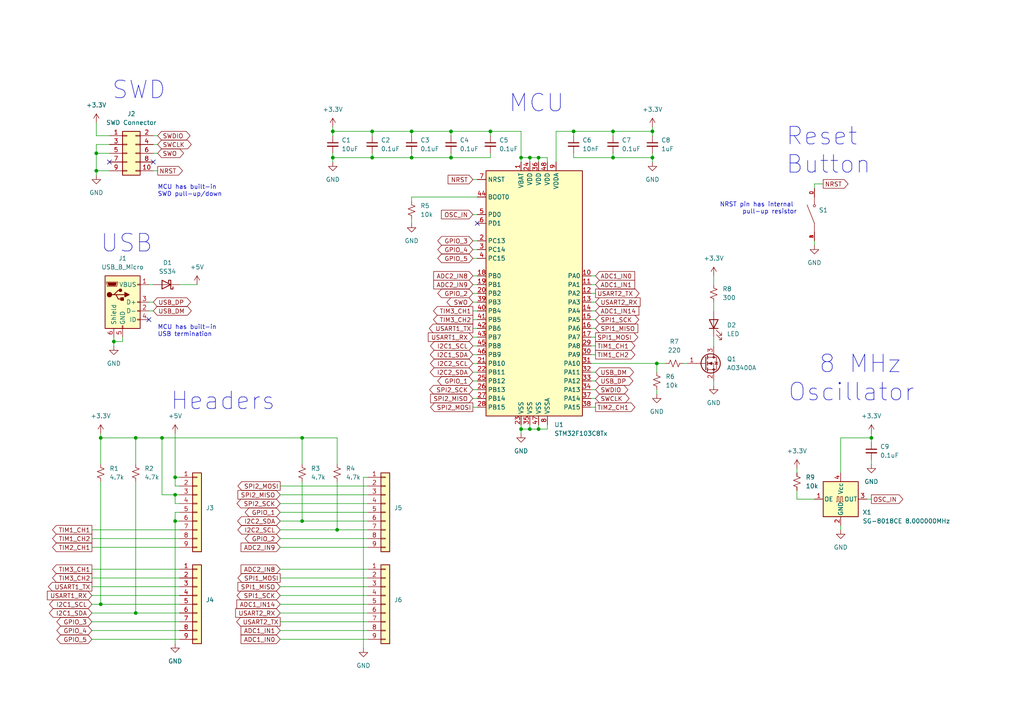
<source format=kicad_sch>
(kicad_sch (version 20211123) (generator eeschema)
  (paper "A4")
  (title_block (title "MCU") (date "2022-10-20") (company "Oregon State University") (comment 1 "Author: Austin Goergen"))
  (lib_symbols
    (symbol "Connector:USB_B_Micro" (pin_names (offset 1.016))
      (property "Reference" "J" (at -5.08 11.43 0))
      (property "Value" "USB_B_Micro" (at -5.08 8.89 0))
      (symbol "USB_B_Micro_0_1"
        (rectangle (start -5.08 -7.62) (end 5.08 7.62) (stroke (width 0.254)) (fill (type background)))
        (circle (center -3.81 2.159) (radius 0.635) (stroke (width 0.254)) (fill (type outline)))
        (circle (center -0.635 3.429) (radius 0.381) (stroke (width 0.254)) (fill (type outline)))
        (rectangle (start -0.127 -7.62) (end 0.127 -6.858))
        (polyline (pts (xy -1.905 2.159) (xy 0.635 2.159)) (stroke (width 0.254)))
        (polyline (pts (xy -3.175 2.159) (xy -2.54 2.159) (xy -1.27 3.429) (xy -0.635 3.429)) (stroke (width 0.254)))
        (polyline (pts (xy -2.54 2.159) (xy -1.905 2.159) (xy -1.27 0.889) (xy 0 0.889)) (stroke (width 0.254)))
        (polyline (pts (xy 0.635 2.794) (xy 0.635 1.524) (xy 1.905 2.159) (xy 0.635 2.794)) (stroke (width 0.254)) (fill (type outline)))
        (polyline (pts (xy -4.318 5.588) (xy -1.778 5.588) (xy -2.032 4.826) (xy -4.064 4.826) (xy -4.318 5.588)) (fill (type outline)))
        (polyline (pts (xy -4.699 5.842) (xy -4.699 5.588) (xy -4.445 4.826) (xy -4.445 4.572) (xy -1.651 4.572) (xy -1.651 4.826) (xy -1.397 5.588) (xy -1.397 5.842) (xy -4.699 5.842)))
        (rectangle (start 0.254 1.27) (end -0.508 0.508) (stroke (width 0.254)) (fill (type outline)))
        (rectangle (start 5.08 -5.207) (end 4.318 -4.953))
        (rectangle (start 5.08 -2.667) (end 4.318 -2.413))
        (rectangle (start 5.08 -0.127) (end 4.318 0.127))
        (rectangle (start 5.08 4.953) (end 4.318 5.207))
      )
      (symbol "USB_B_Micro_1_1"
        (pin power_out line (at 7.62 5.08 180) (length 2.54) (name "VBUS") (number "1"))
        (pin bidirectional line (at 7.62 -2.54 180) (length 2.54) (name "D-") (number "2"))
        (pin bidirectional line (at 7.62 0 180) (length 2.54) (name "D+") (number "3"))
        (pin passive line (at 7.62 -5.08 180) (length 2.54) (name "ID") (number "4"))
        (pin power_out line (at 0 -10.16 90) (length 2.54) (name "GND") (number "5"))
        (pin passive line (at -2.54 -10.16 90) (length 2.54) (name "Shield") (number "6"))
      )
    )
    (symbol "Connector_Generic:Conn_01x09" (pin_names (offset 1.016) hide)
      (property "Reference" "J" (at 0 12.7 0))
      (property "Value" "Conn_01x09" (at 0 -12.7 0))
      (symbol "Conn_01x09_1_1"
        (rectangle (start -1.27 -10.033) (end 0 -10.287) (stroke (width 0.1524)))
        (rectangle (start -1.27 -7.493) (end 0 -7.747) (stroke (width 0.1524)))
        (rectangle (start -1.27 -4.953) (end 0 -5.207) (stroke (width 0.1524)))
        (rectangle (start -1.27 -2.413) (end 0 -2.667) (stroke (width 0.1524)))
        (rectangle (start -1.27 0.127) (end 0 -0.127) (stroke (width 0.1524)))
        (rectangle (start -1.27 2.667) (end 0 2.413) (stroke (width 0.1524)))
        (rectangle (start -1.27 5.207) (end 0 4.953) (stroke (width 0.1524)))
        (rectangle (start -1.27 7.747) (end 0 7.493) (stroke (width 0.1524)))
        (rectangle (start -1.27 10.287) (end 0 10.033) (stroke (width 0.1524)))
        (rectangle (start -1.27 11.43) (end 1.27 -11.43) (stroke (width 0.254)) (fill (type background)))
        (pin passive line (at -5.08 10.16 0) (length 3.81) (name "Pin_1") (number "1"))
        (pin passive line (at -5.08 7.62 0) (length 3.81) (name "Pin_2") (number "2"))
        (pin passive line (at -5.08 5.08 0) (length 3.81) (name "Pin_3") (number "3"))
        (pin passive line (at -5.08 2.54 0) (length 3.81) (name "Pin_4") (number "4"))
        (pin passive line (at -5.08 0 0) (length 3.81) (name "Pin_5") (number "5"))
        (pin passive line (at -5.08 -2.54 0) (length 3.81) (name "Pin_6") (number "6"))
        (pin passive line (at -5.08 -5.08 0) (length 3.81) (name "Pin_7") (number "7"))
        (pin passive line (at -5.08 -7.62 0) (length 3.81) (name "Pin_8") (number "8"))
        (pin passive line (at -5.08 -10.16 0) (length 3.81) (name "Pin_9") (number "9"))
      )
    )
    (symbol "Connector_Generic:Conn_02x05_Odd_Even" (pin_names (offset 1.016) hide)
      (property "Reference" "J" (at 1.27 7.62 0))
      (property "Value" "Conn_02x05_Odd_Even" (at 1.27 -7.62 0))
      (symbol "Conn_02x05_Odd_Even_1_1"
        (rectangle (start -1.27 -4.953) (end 0 -5.207) (stroke (width 0.1524)))
        (rectangle (start -1.27 -2.413) (end 0 -2.667) (stroke (width 0.1524)))
        (rectangle (start -1.27 0.127) (end 0 -0.127) (stroke (width 0.1524)))
        (rectangle (start -1.27 2.667) (end 0 2.413) (stroke (width 0.1524)))
        (rectangle (start -1.27 5.207) (end 0 4.953) (stroke (width 0.1524)))
        (rectangle (start -1.27 6.35) (end 3.81 -6.35) (stroke (width 0.254)) (fill (type background)))
        (rectangle (start 3.81 -4.953) (end 2.54 -5.207) (stroke (width 0.1524)))
        (rectangle (start 3.81 -2.413) (end 2.54 -2.667) (stroke (width 0.1524)))
        (rectangle (start 3.81 0.127) (end 2.54 -0.127) (stroke (width 0.1524)))
        (rectangle (start 3.81 2.667) (end 2.54 2.413) (stroke (width 0.1524)))
        (rectangle (start 3.81 5.207) (end 2.54 4.953) (stroke (width 0.1524)))
        (pin passive line (at -5.08 5.08 0) (length 3.81) (name "Pin_1") (number "1"))
        (pin passive line (at 7.62 -5.08 180) (length 3.81) (name "Pin_10") (number "10"))
        (pin passive line (at 7.62 5.08 180) (length 3.81) (name "Pin_2") (number "2"))
        (pin passive line (at -5.08 2.54 0) (length 3.81) (name "Pin_3") (number "3"))
        (pin passive line (at 7.62 2.54 180) (length 3.81) (name "Pin_4") (number "4"))
        (pin passive line (at -5.08 0 0) (length 3.81) (name "Pin_5") (number "5"))
        (pin passive line (at 7.62 0 180) (length 3.81) (name "Pin_6") (number "6"))
        (pin passive line (at -5.08 -2.54 0) (length 3.81) (name "Pin_7") (number "7"))
        (pin passive line (at 7.62 -2.54 180) (length 3.81) (name "Pin_8") (number "8"))
        (pin passive line (at -5.08 -5.08 0) (length 3.81) (name "Pin_9") (number "9"))
      )
    )
    (symbol "Device:C_Small" (pin_numbers hide) (pin_names (offset 0.254) hide)
      (property "Reference" "C" (at 0.254 1.778 0))
      (property "Value" "C_Small" (at 0.254 -2.032 0))
      (symbol "C_Small_0_1"
        (polyline (pts (xy -1.524 -0.508) (xy 1.524 -0.508)) (stroke (width 0.3302)))
        (polyline (pts (xy -1.524 0.508) (xy 1.524 0.508)) (stroke (width 0.3048)))
      )
      (symbol "C_Small_1_1"
        (pin passive line (at 0 2.54 270) (length 2.032) (name "~") (number "1"))
        (pin passive line (at 0 -2.54 90) (length 2.032) (name "~") (number "2"))
      )
    )
    (symbol "Device:D_Schottky" (pin_numbers hide) (pin_names (offset 1.016) hide)
      (property "Reference" "D" (at 0 2.54 0))
      (property "Value" "D_Schottky" (at 0 -2.54 0))
      (symbol "D_Schottky_0_1"
        (polyline (pts (xy 1.27 0) (xy -1.27 0)))
        (polyline (pts (xy 1.27 1.27) (xy 1.27 -1.27) (xy -1.27 0) (xy 1.27 1.27)) (stroke (width 0.254)))
        (polyline (pts (xy -1.905 0.635) (xy -1.905 1.27) (xy -1.27 1.27) (xy -1.27 -1.27) (xy -0.635 -1.27) (xy -0.635 -0.635)) (stroke (width 0.254)))
      )
      (symbol "D_Schottky_1_1"
        (pin passive line (at -3.81 0 0) (length 2.54) (name "K") (number "1"))
        (pin passive line (at 3.81 0 180) (length 2.54) (name "A") (number "2"))
      )
    )
    (symbol "Device:LED" (pin_numbers hide) (pin_names (offset 1.016) hide)
      (property "Reference" "D" (at 0 2.54 0))
      (property "Value" "LED" (at 0 -2.54 0))
      (symbol "LED_0_1"
        (polyline (pts (xy -1.27 -1.27) (xy -1.27 1.27)) (stroke (width 0.254)))
        (polyline (pts (xy -1.27 0) (xy 1.27 0)))
        (polyline (pts (xy 1.27 -1.27) (xy 1.27 1.27) (xy -1.27 0) (xy 1.27 -1.27)) (stroke (width 0.254)))
        (polyline (pts (xy -3.048 -0.762) (xy -4.572 -2.286) (xy -3.81 -2.286) (xy -4.572 -2.286) (xy -4.572 -1.524)))
        (polyline (pts (xy -1.778 -0.762) (xy -3.302 -2.286) (xy -2.54 -2.286) (xy -3.302 -2.286) (xy -3.302 -1.524)))
      )
      (symbol "LED_1_1"
        (pin passive line (at -3.81 0 0) (length 2.54) (name "K") (number "1"))
        (pin passive line (at 3.81 0 180) (length 2.54) (name "A") (number "2"))
      )
    )
    (symbol "Device:Q_NMOS_GSD" (pin_names (offset 0) hide)
      (property "Reference" "Q" (at 5.08 1.27 0))
      (property "Value" "Q_NMOS_GSD" (at 5.08 -1.27 0))
      (symbol "Q_NMOS_GSD_0_1"
        (polyline (pts (xy 0.254 0) (xy -2.54 0)))
        (polyline (pts (xy 0.254 1.905) (xy 0.254 -1.905)) (stroke (width 0.254)))
        (polyline (pts (xy 0.762 -1.27) (xy 0.762 -2.286)) (stroke (width 0.254)))
        (polyline (pts (xy 0.762 0.508) (xy 0.762 -0.508)) (stroke (width 0.254)))
        (polyline (pts (xy 0.762 2.286) (xy 0.762 1.27)) (stroke (width 0.254)))
        (polyline (pts (xy 2.54 2.54) (xy 2.54 1.778)))
        (polyline (pts (xy 2.54 -2.54) (xy 2.54 0) (xy 0.762 0)))
        (polyline (pts (xy 0.762 -1.778) (xy 3.302 -1.778) (xy 3.302 1.778) (xy 0.762 1.778)))
        (polyline (pts (xy 1.016 0) (xy 2.032 0.381) (xy 2.032 -0.381) (xy 1.016 0)) (fill (type outline)))
        (polyline (pts (xy 2.794 0.508) (xy 2.921 0.381) (xy 3.683 0.381) (xy 3.81 0.254)))
        (polyline (pts (xy 3.302 0.381) (xy 2.921 -0.254) (xy 3.683 -0.254) (xy 3.302 0.381)))
        (circle (center 1.651 0) (radius 2.794) (stroke (width 0.254)))
        (circle (center 2.54 -1.778) (radius 0.254) (fill (type outline)))
        (circle (center 2.54 1.778) (radius 0.254) (fill (type outline)))
      )
      (symbol "Q_NMOS_GSD_1_1"
        (pin input line (at -5.08 0 0) (length 2.54) (name "G") (number "1"))
        (pin passive line (at 2.54 -5.08 90) (length 2.54) (name "S") (number "2"))
        (pin passive line (at 2.54 5.08 270) (length 2.54) (name "D") (number "3"))
      )
    )
    (symbol "Device:R_Small_US" (pin_numbers hide) (pin_names (offset 0.254) hide)
      (property "Reference" "R" (at 0.762 0.508 0))
      (property "Value" "R_Small_US" (at 0.762 -1.016 0))
      (symbol "R_Small_US_1_1"
        (polyline (pts (xy 0 0) (xy 1.016 -0.381) (xy 0 -0.762) (xy -1.016 -1.143) (xy 0 -1.524)))
        (polyline (pts (xy 0 1.524) (xy 1.016 1.143) (xy 0 0.762) (xy -1.016 0.381) (xy 0 0)))
        (pin passive line (at 0 2.54 270) (length 1.016) (name "~") (number "1"))
        (pin passive line (at 0 -2.54 90) (length 1.016) (name "~") (number "2"))
      )
    )
    (symbol "MCU_ST_STM32F1:STM32F103C8Tx"
      (property "Reference" "U" (at -15.24 36.83 0))
      (property "Value" "STM32F103C8Tx" (at 7.62 36.83 0))
      (symbol "STM32F103C8Tx_0_1"
        (rectangle (start -15.24 -35.56) (end 12.7 35.56) (stroke (width 0.254)) (fill (type background)))
      )
      (symbol "STM32F103C8Tx_1_1"
        (pin power_in line (at -5.08 38.1 270) (length 2.54) (name "VBAT") (number "1"))
        (pin bidirectional line (at 15.24 5.08 180) (length 2.54) (name "PA0") (number "10"))
        (pin bidirectional line (at 15.24 2.54 180) (length 2.54) (name "PA1") (number "11"))
        (pin bidirectional line (at 15.24 0 180) (length 2.54) (name "PA2") (number "12"))
        (pin bidirectional line (at 15.24 -2.54 180) (length 2.54) (name "PA3") (number "13"))
        (pin bidirectional line (at 15.24 -5.08 180) (length 2.54) (name "PA4") (number "14"))
        (pin bidirectional line (at 15.24 -7.62 180) (length 2.54) (name "PA5") (number "15"))
        (pin bidirectional line (at 15.24 -10.16 180) (length 2.54) (name "PA6") (number "16"))
        (pin bidirectional line (at 15.24 -12.7 180) (length 2.54) (name "PA7") (number "17"))
        (pin bidirectional line (at -17.78 5.08 0) (length 2.54) (name "PB0") (number "18"))
        (pin bidirectional line (at -17.78 2.54 0) (length 2.54) (name "PB1") (number "19"))
        (pin bidirectional line (at -17.78 15.24 0) (length 2.54) (name "PC13") (number "2"))
        (pin bidirectional line (at -17.78 0 0) (length 2.54) (name "PB2") (number "20"))
        (pin bidirectional line (at -17.78 -20.32 0) (length 2.54) (name "PB10") (number "21"))
        (pin bidirectional line (at -17.78 -22.86 0) (length 2.54) (name "PB11") (number "22"))
        (pin power_in line (at -5.08 -38.1 90) (length 2.54) (name "VSS") (number "23"))
        (pin power_in line (at -2.54 38.1 270) (length 2.54) (name "VDD") (number "24"))
        (pin bidirectional line (at -17.78 -25.4 0) (length 2.54) (name "PB12") (number "25"))
        (pin bidirectional line (at -17.78 -27.94 0) (length 2.54) (name "PB13") (number "26"))
        (pin bidirectional line (at -17.78 -30.48 0) (length 2.54) (name "PB14") (number "27"))
        (pin bidirectional line (at -17.78 -33.02 0) (length 2.54) (name "PB15") (number "28"))
        (pin bidirectional line (at 15.24 -15.24 180) (length 2.54) (name "PA8") (number "29"))
        (pin bidirectional line (at -17.78 12.7 0) (length 2.54) (name "PC14") (number "3"))
        (pin bidirectional line (at 15.24 -17.78 180) (length 2.54) (name "PA9") (number "30"))
        (pin bidirectional line (at 15.24 -20.32 180) (length 2.54) (name "PA10") (number "31"))
        (pin bidirectional line (at 15.24 -22.86 180) (length 2.54) (name "PA11") (number "32"))
        (pin bidirectional line (at 15.24 -25.4 180) (length 2.54) (name "PA12") (number "33"))
        (pin bidirectional line (at 15.24 -27.94 180) (length 2.54) (name "PA13") (number "34"))
        (pin power_in line (at -2.54 -38.1 90) (length 2.54) (name "VSS") (number "35"))
        (pin power_in line (at 0 38.1 270) (length 2.54) (name "VDD") (number "36"))
        (pin bidirectional line (at 15.24 -30.48 180) (length 2.54) (name "PA14") (number "37"))
        (pin bidirectional line (at 15.24 -33.02 180) (length 2.54) (name "PA15") (number "38"))
        (pin bidirectional line (at -17.78 -2.54 0) (length 2.54) (name "PB3") (number "39"))
        (pin bidirectional line (at -17.78 10.16 0) (length 2.54) (name "PC15") (number "4"))
        (pin bidirectional line (at -17.78 -5.08 0) (length 2.54) (name "PB4") (number "40"))
        (pin bidirectional line (at -17.78 -7.62 0) (length 2.54) (name "PB5") (number "41"))
        (pin bidirectional line (at -17.78 -10.16 0) (length 2.54) (name "PB6") (number "42"))
        (pin bidirectional line (at -17.78 -12.7 0) (length 2.54) (name "PB7") (number "43"))
        (pin input line (at -17.78 27.94 0) (length 2.54) (name "BOOT0") (number "44"))
        (pin bidirectional line (at -17.78 -15.24 0) (length 2.54) (name "PB8") (number "45"))
        (pin bidirectional line (at -17.78 -17.78 0) (length 2.54) (name "PB9") (number "46"))
        (pin power_in line (at 0 -38.1 90) (length 2.54) (name "VSS") (number "47"))
        (pin power_in line (at 2.54 38.1 270) (length 2.54) (name "VDD") (number "48"))
        (pin input line (at -17.78 22.86 0) (length 2.54) (name "PD0") (number "5"))
        (pin input line (at -17.78 20.32 0) (length 2.54) (name "PD1") (number "6"))
        (pin input line (at -17.78 33.02 0) (length 2.54) (name "NRST") (number "7"))
        (pin power_in line (at 2.54 -38.1 90) (length 2.54) (name "VSSA") (number "8"))
        (pin power_in line (at 5.08 38.1 270) (length 2.54) (name "VDDA") (number "9"))
      )
    )
    (symbol "Oscillator:SG-8002CE" (pin_names (offset 0.254))
      (property "Reference" "X" (at -5.08 6.35 0))
      (property "Value" "SG-8002CE" (at 1.27 -6.35 0))
      (symbol "SG-8002CE_0_1"
        (rectangle (start -5.08 5.08) (end 5.08 -5.08) (stroke (width 0.254)) (fill (type background)))
        (polyline (pts (xy -1.27 -0.762) (xy -1.016 -0.762) (xy -1.016 0.762) (xy -0.508 0.762) (xy -0.508 -0.762) (xy 0 -0.762) (xy 0 0.762) (xy 0.508 0.762) (xy 0.508 -0.762) (xy 0.762 -0.762)))
      )
      (symbol "SG-8002CE_1_1"
        (pin input line (at -7.62 0 0) (length 2.54) (name "OE") (number "1"))
        (pin power_in line (at 0 -7.62 90) (length 2.54) (name "GND") (number "2"))
        (pin output line (at 7.62 0 180) (length 2.54) (name "OUT") (number "3"))
        (pin power_in line (at 0 7.62 270) (length 2.54) (name "Vcc") (number "4"))
      )
    )
    (symbol "TS-1187A-B-A-B:TS-1187A-B-A-B" (pin_names (offset 1.016) hide)
      (property "Reference" "S" (at -2.54 2.54 0))
      (property "Value" "TS-1187A-B-A-B" (at -2.54 -2.54 0))
      (symbol "TS-1187A-B-A-B_0_0"
        (polyline (pts (xy -2.54 0) (xy -5.08 0)) (stroke (width 0.1524)))
        (polyline (pts (xy -2.54 0) (xy 2.794 2.1336)) (stroke (width 0.1524)))
        (polyline (pts (xy 5.08 0) (xy 2.921 0)) (stroke (width 0.1524)))
        (circle (center 2.54 0) (radius 0.3302) (stroke (width 0.1524)))
        (pin passive line (at -7.62 0 0) (length 2.54) (name "~") (number "A"))
        (pin passive line (at -7.62 0 0) (length 2.54) (name "~") (number "B"))
        (pin passive line (at 7.62 0 180) (length 2.54) (name "~") (number "C"))
        (pin passive line (at 7.62 0 180) (length 2.54) (name "~") (number "D"))
      )
    )
    (symbol "power:+3.3V" (power) (pin_names (offset 0))
      (property "Value" "+3.3V" (at 0 3.556 0))
      (symbol "+3.3V_0_1"
        (polyline (pts (xy -0.762 1.27) (xy 0 2.54)))
        (polyline (pts (xy 0 0) (xy 0 2.54)))
        (polyline (pts (xy 0 2.54) (xy 0.762 1.27)))
      )
      (symbol "+3.3V_1_1"
        (pin power_in line (at 0 0 90) (length 0) hide (name "+3.3V") (number "1"))
      )
    )
    (symbol "power:+5V" (power) (pin_names (offset 0))
      (property "Value" "+5V" (at 0 3.556 0))
      (symbol "+5V_0_1"
        (polyline (pts (xy -0.762 1.27) (xy 0 2.54)))
        (polyline (pts (xy 0 0) (xy 0 2.54)))
        (polyline (pts (xy 0 2.54) (xy 0.762 1.27)))
      )
      (symbol "+5V_1_1"
        (pin power_in line (at 0 0 90) (length 0) hide (name "+5V") (number "1"))
      )
    )
    (symbol "power:GND" (power) (pin_names (offset 0))
      (property "Value" "GND" (at 0 -3.81 0))
      (symbol "GND_0_1"
        (polyline (pts (xy 0 0) (xy 0 -1.27) (xy 1.27 -1.27) (xy 0 -2.54) (xy -1.27 -1.27) (xy 0 -1.27)))
      )
      (symbol "GND_1_1"
        (pin power_in line (at 0 0 270) (length 0) hide (name "GND") (number "1"))
      )
    )
  )
  (junction (at 153.67 124.46))
  (junction (at 156.21 45.72))
  (junction (at 50.8 151.13))
  (junction (at 151.13 124.46))
  (junction (at 107.95 38.1))
  (junction (at 39.37 177.8))
  (junction (at 87.63 127))
  (junction (at 50.8 143.51))
  (junction (at 166.37 38.1))
  (junction (at 50.8 138.43))
  (junction (at 87.63 151.13))
  (junction (at 153.67 45.72))
  (junction (at 189.23 38.1))
  (junction (at 130.81 38.1))
  (junction (at 177.8 45.72))
  (junction (at 190.5 105.41))
  (junction (at 142.24 38.1))
  (junction (at 96.52 38.1))
  (junction (at 177.8 38.1))
  (junction (at 33.02 99.06))
  (junction (at 46.99 127))
  (junction (at 119.38 38.1))
  (junction (at 29.21 175.26))
  (junction (at 189.23 45.72))
  (junction (at 27.94 44.45))
  (junction (at 29.21 127))
  (junction (at 252.73 127))
  (junction (at 156.21 124.46))
  (junction (at 96.52 45.72))
  (junction (at 130.81 45.72))
  (junction (at 27.94 49.53))
  (junction (at 119.38 45.72))
  (junction (at 97.79 153.67))
  (junction (at 39.37 127))
  (junction (at 151.13 45.72))
  (junction (at 107.95 45.72))
  (no_connect (at 31.75 46.99))
  (no_connect (at 43.18 92.71))
  (no_connect (at 44.45 46.99))
  (no_connect (at 138.43 64.77))
  (wire (pts (xy 97.79 153.67) (xy 106.68 153.67)))
  (wire (pts (xy 27.94 41.91) (xy 27.94 44.45)))
  (wire (pts (xy 171.45 118.11) (xy 172.72 118.11)))
  (wire (pts (xy 29.21 175.26) (xy 52.07 175.26)))
  (wire (pts (xy 243.84 152.4) (xy 243.84 153.67)))
  (wire (pts (xy 151.13 45.72) (xy 151.13 46.99)))
  (wire (pts (xy 33.02 99.06) (xy 35.56 99.06)))
  (wire (pts (xy 137.16 118.11) (xy 138.43 118.11)))
  (wire (pts (xy 46.99 127) (xy 46.99 143.51)))
  (wire (pts (xy 171.45 90.17) (xy 172.72 90.17)))
  (wire (pts (xy 137.16 82.55) (xy 138.43 82.55)))
  (wire (pts (xy 171.45 107.95) (xy 172.72 107.95)))
  (wire (pts (xy 96.52 45.72) (xy 107.95 45.72)))
  (wire (pts (xy 26.67 172.72) (xy 52.07 172.72)))
  (wire (pts (xy 166.37 45.72) (xy 177.8 45.72)))
  (wire (pts (xy 177.8 38.1) (xy 177.8 39.37)))
  (wire (pts (xy 105.41 138.43) (xy 105.41 187.96)))
  (wire (pts (xy 252.73 133.35) (xy 252.73 134.62)))
  (wire (pts (xy 52.07 140.97) (xy 50.8 140.97)))
  (wire (pts (xy 138.43 57.15) (xy 119.38 57.15)))
  (wire (pts (xy 26.67 167.64) (xy 52.07 167.64)))
  (wire (pts (xy 137.16 72.39) (xy 138.43 72.39)))
  (wire (pts (xy 171.45 95.25) (xy 172.72 95.25)))
  (wire (pts (xy 171.45 97.79) (xy 172.72 97.79)))
  (wire (pts (xy 26.67 165.1) (xy 52.07 165.1)))
  (wire (pts (xy 166.37 44.45) (xy 166.37 45.72)))
  (wire (pts (xy 107.95 45.72) (xy 119.38 45.72)))
  (wire (pts (xy 236.22 53.34) (xy 236.22 54.61)))
  (wire (pts (xy 119.38 63.5) (xy 119.38 64.77)))
  (wire (pts (xy 119.38 38.1) (xy 107.95 38.1)))
  (wire (pts (xy 26.67 175.26) (xy 29.21 175.26)))
  (wire (pts (xy 190.5 113.03) (xy 190.5 114.3)))
  (wire (pts (xy 46.99 127) (xy 87.63 127)))
  (wire (pts (xy 171.45 113.03) (xy 172.72 113.03)))
  (wire (pts (xy 189.23 44.45) (xy 189.23 45.72)))
  (wire (pts (xy 189.23 45.72) (xy 189.23 46.99)))
  (wire (pts (xy 43.18 82.55) (xy 44.45 82.55)))
  (wire (pts (xy 156.21 123.19) (xy 156.21 124.46)))
  (wire (pts (xy 137.16 92.71) (xy 138.43 92.71)))
  (wire (pts (xy 81.28 180.34) (xy 106.68 180.34)))
  (wire (pts (xy 27.94 44.45) (xy 27.94 49.53)))
  (wire (pts (xy 81.28 165.1) (xy 106.68 165.1)))
  (wire (pts (xy 238.76 53.34) (xy 236.22 53.34)))
  (wire (pts (xy 29.21 134.62) (xy 29.21 127)))
  (wire (pts (xy 137.16 90.17) (xy 138.43 90.17)))
  (wire (pts (xy 153.67 45.72) (xy 151.13 45.72)))
  (wire (pts (xy 231.14 142.24) (xy 231.14 144.78)))
  (wire (pts (xy 161.29 46.99) (xy 161.29 38.1)))
  (wire (pts (xy 97.79 139.7) (xy 97.79 153.67)))
  (wire (pts (xy 156.21 46.99) (xy 156.21 45.72)))
  (wire (pts (xy 137.16 100.33) (xy 138.43 100.33)))
  (wire (pts (xy 190.5 105.41) (xy 193.04 105.41)))
  (wire (pts (xy 52.07 143.51) (xy 50.8 143.51)))
  (wire (pts (xy 166.37 38.1) (xy 177.8 38.1)))
  (wire (pts (xy 156.21 45.72) (xy 158.75 45.72)))
  (wire (pts (xy 137.16 87.63) (xy 138.43 87.63)))
  (wire (pts (xy 87.63 139.7) (xy 87.63 151.13)))
  (wire (pts (xy 107.95 44.45) (xy 107.95 45.72)))
  (wire (pts (xy 251.46 144.78) (xy 252.73 144.78)))
  (wire (pts (xy 39.37 177.8) (xy 52.07 177.8)))
  (wire (pts (xy 142.24 44.45) (xy 142.24 45.72)))
  (wire (pts (xy 137.16 69.85) (xy 138.43 69.85)))
  (wire (pts (xy 137.16 102.87) (xy 138.43 102.87)))
  (wire (pts (xy 231.14 135.89) (xy 231.14 137.16)))
  (wire (pts (xy 171.45 82.55) (xy 172.72 82.55)))
  (wire (pts (xy 43.18 90.17) (xy 44.45 90.17)))
  (wire (pts (xy 81.28 153.67) (xy 97.79 153.67)))
  (wire (pts (xy 43.18 87.63) (xy 44.45 87.63)))
  (wire (pts (xy 50.8 146.05) (xy 50.8 143.51)))
  (wire (pts (xy 96.52 44.45) (xy 96.52 45.72)))
  (wire (pts (xy 137.16 97.79) (xy 138.43 97.79)))
  (wire (pts (xy 171.45 110.49) (xy 172.72 110.49)))
  (wire (pts (xy 137.16 85.09) (xy 138.43 85.09)))
  (wire (pts (xy 52.07 82.55) (xy 57.15 82.55)))
  (wire (pts (xy 39.37 139.7) (xy 39.37 177.8)))
  (wire (pts (xy 171.45 102.87) (xy 172.72 102.87)))
  (wire (pts (xy 190.5 105.41) (xy 190.5 107.95)))
  (wire (pts (xy 97.79 127) (xy 97.79 134.62)))
  (wire (pts (xy 119.38 44.45) (xy 119.38 45.72)))
  (wire (pts (xy 96.52 38.1) (xy 107.95 38.1)))
  (wire (pts (xy 81.28 151.13) (xy 87.63 151.13)))
  (wire (pts (xy 81.28 146.05) (xy 106.68 146.05)))
  (wire (pts (xy 31.75 49.53) (xy 27.94 49.53)))
  (wire (pts (xy 44.45 41.91) (xy 45.72 41.91)))
  (wire (pts (xy 87.63 127) (xy 97.79 127)))
  (wire (pts (xy 171.45 80.01) (xy 172.72 80.01)))
  (wire (pts (xy 107.95 39.37) (xy 107.95 38.1)))
  (wire (pts (xy 166.37 39.37) (xy 166.37 38.1)))
  (wire (pts (xy 46.99 127) (xy 39.37 127)))
  (wire (pts (xy 137.16 74.93) (xy 138.43 74.93)))
  (wire (pts (xy 81.28 158.75) (xy 106.68 158.75)))
  (wire (pts (xy 177.8 38.1) (xy 189.23 38.1)))
  (wire (pts (xy 177.8 45.72) (xy 189.23 45.72)))
  (wire (pts (xy 50.8 148.59) (xy 50.8 151.13)))
  (wire (pts (xy 153.67 123.19) (xy 153.67 124.46)))
  (wire (pts (xy 171.45 115.57) (xy 172.72 115.57)))
  (wire (pts (xy 207.01 87.63) (xy 207.01 90.17)))
  (wire (pts (xy 26.67 180.34) (xy 52.07 180.34)))
  (wire (pts (xy 207.01 97.79) (xy 207.01 100.33)))
  (wire (pts (xy 252.73 125.73) (xy 252.73 127)))
  (wire (pts (xy 243.84 127) (xy 252.73 127)))
  (wire (pts (xy 29.21 139.7) (xy 29.21 175.26)))
  (wire (pts (xy 119.38 57.15) (xy 119.38 58.42)))
  (wire (pts (xy 44.45 49.53) (xy 45.72 49.53)))
  (wire (pts (xy 81.28 156.21) (xy 106.68 156.21)))
  (wire (pts (xy 35.56 97.79) (xy 35.56 99.06)))
  (wire (pts (xy 137.16 80.01) (xy 138.43 80.01)))
  (wire (pts (xy 243.84 127) (xy 243.84 137.16)))
  (wire (pts (xy 29.21 125.73) (xy 29.21 127)))
  (wire (pts (xy 252.73 127) (xy 252.73 128.27)))
  (wire (pts (xy 50.8 140.97) (xy 50.8 138.43)))
  (wire (pts (xy 142.24 38.1) (xy 151.13 38.1)))
  (wire (pts (xy 130.81 44.45) (xy 130.81 45.72)))
  (wire (pts (xy 81.28 140.97) (xy 106.68 140.97)))
  (wire (pts (xy 137.16 113.03) (xy 138.43 113.03)))
  (wire (pts (xy 52.07 148.59) (xy 50.8 148.59)))
  (wire (pts (xy 171.45 100.33) (xy 172.72 100.33)))
  (wire (pts (xy 171.45 105.41) (xy 190.5 105.41)))
  (wire (pts (xy 130.81 39.37) (xy 130.81 38.1)))
  (wire (pts (xy 44.45 39.37) (xy 45.72 39.37)))
  (wire (pts (xy 50.8 143.51) (xy 46.99 143.51)))
  (wire (pts (xy 26.67 158.75) (xy 52.07 158.75)))
  (wire (pts (xy 171.45 92.71) (xy 172.72 92.71)))
  (wire (pts (xy 207.01 80.01) (xy 207.01 82.55)))
  (wire (pts (xy 26.67 185.42) (xy 52.07 185.42)))
  (wire (pts (xy 44.45 44.45) (xy 45.72 44.45)))
  (wire (pts (xy 130.81 45.72) (xy 142.24 45.72)))
  (wire (pts (xy 130.81 45.72) (xy 119.38 45.72)))
  (wire (pts (xy 81.28 148.59) (xy 106.68 148.59)))
  (wire (pts (xy 158.75 46.99) (xy 158.75 45.72)))
  (wire (pts (xy 171.45 87.63) (xy 172.72 87.63)))
  (wire (pts (xy 106.68 138.43) (xy 105.41 138.43)))
  (wire (pts (xy 81.28 172.72) (xy 106.68 172.72)))
  (wire (pts (xy 119.38 39.37) (xy 119.38 38.1)))
  (wire (pts (xy 130.81 38.1) (xy 142.24 38.1)))
  (wire (pts (xy 29.21 127) (xy 39.37 127)))
  (wire (pts (xy 177.8 44.45) (xy 177.8 45.72)))
  (wire (pts (xy 81.28 170.18) (xy 106.68 170.18)))
  (wire (pts (xy 39.37 127) (xy 39.37 134.62)))
  (wire (pts (xy 31.75 41.91) (xy 27.94 41.91)))
  (wire (pts (xy 207.01 110.49) (xy 207.01 111.76)))
  (wire (pts (xy 151.13 123.19) (xy 151.13 124.46)))
  (wire (pts (xy 27.94 39.37) (xy 27.94 35.56)))
  (wire (pts (xy 33.02 97.79) (xy 33.02 99.06)))
  (wire (pts (xy 137.16 95.25) (xy 138.43 95.25)))
  (wire (pts (xy 231.14 144.78) (xy 236.22 144.78)))
  (wire (pts (xy 236.22 69.85) (xy 236.22 71.12)))
  (wire (pts (xy 153.67 124.46) (xy 151.13 124.46)))
  (wire (pts (xy 81.28 182.88) (xy 106.68 182.88)))
  (wire (pts (xy 142.24 39.37) (xy 142.24 38.1)))
  (wire (pts (xy 52.07 138.43) (xy 50.8 138.43)))
  (wire (pts (xy 137.16 105.41) (xy 138.43 105.41)))
  (wire (pts (xy 96.52 45.72) (xy 96.52 46.99)))
  (wire (pts (xy 137.16 115.57) (xy 138.43 115.57)))
  (wire (pts (xy 26.67 177.8) (xy 39.37 177.8)))
  (wire (pts (xy 189.23 39.37) (xy 189.23 38.1)))
  (wire (pts (xy 81.28 185.42) (xy 106.68 185.42)))
  (wire (pts (xy 81.28 175.26) (xy 106.68 175.26)))
  (wire (pts (xy 161.29 38.1) (xy 166.37 38.1)))
  (wire (pts (xy 52.07 146.05) (xy 50.8 146.05)))
  (wire (pts (xy 137.16 110.49) (xy 138.43 110.49)))
  (wire (pts (xy 158.75 124.46) (xy 156.21 124.46)))
  (wire (pts (xy 26.67 153.67) (xy 52.07 153.67)))
  (wire (pts (xy 81.28 177.8) (xy 106.68 177.8)))
  (wire (pts (xy 156.21 124.46) (xy 153.67 124.46)))
  (wire (pts (xy 31.75 44.45) (xy 27.94 44.45)))
  (wire (pts (xy 158.75 123.19) (xy 158.75 124.46)))
  (wire (pts (xy 33.02 99.06) (xy 33.02 100.33)))
  (wire (pts (xy 137.16 107.95) (xy 138.43 107.95)))
  (wire (pts (xy 87.63 127) (xy 87.63 134.62)))
  (wire (pts (xy 137.16 62.23) (xy 138.43 62.23)))
  (wire (pts (xy 153.67 45.72) (xy 156.21 45.72)))
  (wire (pts (xy 26.67 170.18) (xy 52.07 170.18)))
  (wire (pts (xy 153.67 46.99) (xy 153.67 45.72)))
  (wire (pts (xy 198.12 105.41) (xy 199.39 105.41)))
  (wire (pts (xy 81.28 167.64) (xy 106.68 167.64)))
  (wire (pts (xy 26.67 156.21) (xy 52.07 156.21)))
  (wire (pts (xy 50.8 151.13) (xy 52.07 151.13)))
  (wire (pts (xy 137.16 52.07) (xy 138.43 52.07)))
  (wire (pts (xy 96.52 36.83) (xy 96.52 38.1)))
  (wire (pts (xy 50.8 125.73) (xy 50.8 138.43)))
  (wire (pts (xy 119.38 38.1) (xy 130.81 38.1)))
  (wire (pts (xy 171.45 85.09) (xy 172.72 85.09)))
  (wire (pts (xy 50.8 186.69) (xy 50.8 151.13)))
  (wire (pts (xy 27.94 49.53) (xy 27.94 50.8)))
  (wire (pts (xy 96.52 38.1) (xy 96.52 39.37)))
  (wire (pts (xy 26.67 182.88) (xy 52.07 182.88)))
  (wire (pts (xy 87.63 151.13) (xy 106.68 151.13)))
  (wire (pts (xy 151.13 124.46) (xy 151.13 125.73)))
  (wire (pts (xy 81.28 143.51) (xy 106.68 143.51)))
  (wire (pts (xy 189.23 36.83) (xy 189.23 38.1)))
  (wire (pts (xy 151.13 38.1) (xy 151.13 45.72)))
  (wire (pts (xy 31.75 39.37) (xy 27.94 39.37)))
  (text "USB" (at 44.45 73.66 180) (effects (font (size 5.08 5.08)) (justify right bottom)))
  (text "MCU" (at 163.83 33.02 180) (effects (font (size 5.08 5.08)) (justify right bottom)))
  (text "Headers" (at 80.01 119.38 180) (effects (font (size 5.08 5.08)) (justify right bottom)))
  (text "8 MHz \nOscillator" (at 265.43 116.84 180) (effects (font (size 5.08 5.08)) (justify right bottom)))
  (text "MCU has built-in \nUSB termination" (at 45.72 97.79 0) (effects (font (size 1.27 1.27)) (justify left bottom)))
  (text "SWD" (at 48.26 29.21 180) (effects (font (size 5.08 5.08)) (justify right bottom)))
  (text "MCU has built-in \nSWD pull-up/down" (at 45.72 57.15 0) (effects (font (size 1.27 1.27)) (justify left bottom)))
  (text "Reset \nButton" (at 252.73 50.8 180) (effects (font (size 5.08 5.08)) (justify right bottom)))
  (text "NRST pin has internal \npull-up resistor" (at 231.14 62.23 180) (effects (font (size 1.27 1.27)) (justify right bottom)))
  (global_label "SWDIO" (shape bidirectional) (at 172.72 113.03 0) (property "Intersheet References" "${INTERSHEET_REFS}" (effects hide)))
  (global_label "ADC1_IN0" (shape input) (at 172.72 80.01 0) (property "Intersheet References" "${INTERSHEET_REFS}" (effects hide)))
  (global_label "GPIO_2" (shape bidirectional) (at 137.16 85.09 180) (property "Intersheet References" "${INTERSHEET_REFS}" (effects hide)))
  (global_label "I2C2_SDA" (shape bidirectional) (at 81.28 151.13 180) (property "Intersheet References" "${INTERSHEET_REFS}" (effects hide)))
  (global_label "SPI2_SCK" (shape bidirectional) (at 137.16 113.03 180) (property "Intersheet References" "${INTERSHEET_REFS}" (effects hide)))
  (global_label "USART1_TX" (shape output) (at 26.67 170.18 180) (property "Intersheet References" "${INTERSHEET_REFS}" (effects hide)))
  (global_label "TIM3_CH2" (shape output) (at 26.67 167.64 180) (property "Intersheet References" "${INTERSHEET_REFS}" (effects hide)))
  (global_label "I2C1_SCL" (shape bidirectional) (at 137.16 100.33 180) (property "Intersheet References" "${INTERSHEET_REFS}" (effects hide)))
  (global_label "SPI1_SCK" (shape bidirectional) (at 172.72 92.71 0) (property "Intersheet References" "${INTERSHEET_REFS}" (effects hide)))
  (global_label "I2C2_SDA" (shape bidirectional) (at 137.16 107.95 180) (property "Intersheet References" "${INTERSHEET_REFS}" (effects hide)))
  (global_label "USB_DM" (shape bidirectional) (at 172.72 107.95 0) (property "Intersheet References" "${INTERSHEET_REFS}" (effects hide)))
  (global_label "SPI1_SCK" (shape bidirectional) (at 81.28 172.72 180) (property "Intersheet References" "${INTERSHEET_REFS}" (effects hide)))
  (global_label "GPIO_2" (shape bidirectional) (at 81.28 156.21 180) (property "Intersheet References" "${INTERSHEET_REFS}" (effects hide)))
  (global_label "TIM1_CH2" (shape output) (at 172.72 102.87 0) (property "Intersheet References" "${INTERSHEET_REFS}" (effects hide)))
  (global_label "I2C1_SCL" (shape bidirectional) (at 26.67 175.26 180) (property "Intersheet References" "${INTERSHEET_REFS}" (effects hide)))
  (global_label "SPI1_MISO" (shape input) (at 172.72 95.25 0) (property "Intersheet References" "${INTERSHEET_REFS}" (effects hide)))
  (global_label "NRST" (shape input) (at 137.16 52.07 180) (property "Intersheet References" "${INTERSHEET_REFS}" (effects hide)))
  (global_label "USART2_TX" (shape output) (at 81.28 180.34 180) (property "Intersheet References" "${INTERSHEET_REFS}" (effects hide)))
  (global_label "ADC2_IN9" (shape input) (at 137.16 82.55 180) (property "Intersheet References" "${INTERSHEET_REFS}" (effects hide)))
  (global_label "SPI2_SCK" (shape bidirectional) (at 81.28 146.05 180) (property "Intersheet References" "${INTERSHEET_REFS}" (effects hide)))
  (global_label "GPIO_1" (shape bidirectional) (at 137.16 110.49 180) (property "Intersheet References" "${INTERSHEET_REFS}" (effects hide)))
  (global_label "USB_DP" (shape bidirectional) (at 44.45 87.63 0) (property "Intersheet References" "${INTERSHEET_REFS}" (effects hide)))
  (global_label "GPIO_4" (shape bidirectional) (at 26.67 182.88 180) (property "Intersheet References" "${INTERSHEET_REFS}" (effects hide)))
  (global_label "GPIO_1" (shape bidirectional) (at 81.28 148.59 180) (property "Intersheet References" "${INTERSHEET_REFS}" (effects hide)))
  (global_label "GPIO_5" (shape bidirectional) (at 26.67 185.42 180) (property "Intersheet References" "${INTERSHEET_REFS}" (effects hide)))
  (global_label "ADC1_IN1" (shape input) (at 81.28 182.88 180) (property "Intersheet References" "${INTERSHEET_REFS}" (effects hide)))
  (global_label "OSC_IN" (shape input) (at 137.16 62.23 180) (property "Intersheet References" "${INTERSHEET_REFS}" (effects hide)))
  (global_label "SWCLK" (shape bidirectional) (at 45.72 41.91 0) (property "Intersheet References" "${INTERSHEET_REFS}" (effects hide)))
  (global_label "TIM1_CH1" (shape output) (at 172.72 100.33 0) (property "Intersheet References" "${INTERSHEET_REFS}" (effects hide)))
  (global_label "SPI2_MISO" (shape input) (at 137.16 115.57 180) (property "Intersheet References" "${INTERSHEET_REFS}" (effects hide)))
  (global_label "ADC1_IN14" (shape input) (at 172.72 90.17 0) (property "Intersheet References" "${INTERSHEET_REFS}" (effects hide)))
  (global_label "USART1_RX" (shape input) (at 137.16 97.79 180) (property "Intersheet References" "${INTERSHEET_REFS}" (effects hide)))
  (global_label "TIM1_CH1" (shape output) (at 26.67 153.67 180) (property "Intersheet References" "${INTERSHEET_REFS}" (effects hide)))
  (global_label "USB_DP" (shape bidirectional) (at 172.72 110.49 0) (property "Intersheet References" "${INTERSHEET_REFS}" (effects hide)))
  (global_label "I2C2_SCL" (shape bidirectional) (at 137.16 105.41 180) (property "Intersheet References" "${INTERSHEET_REFS}" (effects hide)))
  (global_label "USART1_RX" (shape input) (at 26.67 172.72 180) (property "Intersheet References" "${INTERSHEET_REFS}" (effects hide)))
  (global_label "USB_DM" (shape bidirectional) (at 44.45 90.17 0) (property "Intersheet References" "${INTERSHEET_REFS}" (effects hide)))
  (global_label "TIM2_CH1" (shape output) (at 172.72 118.11 0) (property "Intersheet References" "${INTERSHEET_REFS}" (effects hide)))
  (global_label "SPI2_MOSI" (shape output) (at 81.28 140.97 180) (property "Intersheet References" "${INTERSHEET_REFS}" (effects hide)))
  (global_label "ADC1_IN14" (shape input) (at 81.28 175.26 180) (property "Intersheet References" "${INTERSHEET_REFS}" (effects hide)))
  (global_label "SPI2_MISO" (shape input) (at 81.28 143.51 180) (property "Intersheet References" "${INTERSHEET_REFS}" (effects hide)))
  (global_label "ADC2_IN8" (shape input) (at 81.28 165.1 180) (property "Intersheet References" "${INTERSHEET_REFS}" (effects hide)))
  (global_label "ADC1_IN0" (shape input) (at 81.28 185.42 180) (property "Intersheet References" "${INTERSHEET_REFS}" (effects hide)))
  (global_label "SPI1_MOSI" (shape output) (at 172.72 97.79 0) (property "Intersheet References" "${INTERSHEET_REFS}" (effects hide)))
  (global_label "SWO" (shape bidirectional) (at 45.72 44.45 0) (property "Intersheet References" "${INTERSHEET_REFS}" (effects hide)))
  (global_label "I2C1_SDA" (shape bidirectional) (at 26.67 177.8 180) (property "Intersheet References" "${INTERSHEET_REFS}" (effects hide)))
  (global_label "SWCLK" (shape bidirectional) (at 172.72 115.57 0) (property "Intersheet References" "${INTERSHEET_REFS}" (effects hide)))
  (global_label "TIM1_CH2" (shape output) (at 26.67 156.21 180) (property "Intersheet References" "${INTERSHEET_REFS}" (effects hide)))
  (global_label "TIM3_CH1" (shape output) (at 137.16 90.17 180) (property "Intersheet References" "${INTERSHEET_REFS}" (effects hide)))
  (global_label "TIM3_CH1" (shape output) (at 26.67 165.1 180) (property "Intersheet References" "${INTERSHEET_REFS}" (effects hide)))
  (global_label "OSC_IN" (shape output) (at 252.73 144.78 0) (property "Intersheet References" "${INTERSHEET_REFS}" (effects hide)))
  (global_label "SPI1_MISO" (shape input) (at 81.28 170.18 180) (property "Intersheet References" "${INTERSHEET_REFS}" (effects hide)))
  (global_label "SWO" (shape bidirectional) (at 137.16 87.63 180) (property "Intersheet References" "${INTERSHEET_REFS}" (effects hide)))
  (global_label "TIM3_CH2" (shape output) (at 137.16 92.71 180) (property "Intersheet References" "${INTERSHEET_REFS}" (effects hide)))
  (global_label "SPI1_MOSI" (shape output) (at 81.28 167.64 180) (property "Intersheet References" "${INTERSHEET_REFS}" (effects hide)))
  (global_label "TIM2_CH1" (shape output) (at 26.67 158.75 180) (property "Intersheet References" "${INTERSHEET_REFS}" (effects hide)))
  (global_label "I2C1_SDA" (shape bidirectional) (at 137.16 102.87 180) (property "Intersheet References" "${INTERSHEET_REFS}" (effects hide)))
  (global_label "USART2_TX" (shape output) (at 172.72 85.09 0) (property "Intersheet References" "${INTERSHEET_REFS}" (effects hide)))
  (global_label "SPI2_MOSI" (shape output) (at 137.16 118.11 180) (property "Intersheet References" "${INTERSHEET_REFS}" (effects hide)))
  (global_label "GPIO_5" (shape bidirectional) (at 137.16 74.93 180) (property "Intersheet References" "${INTERSHEET_REFS}" (effects hide)))
  (global_label "USART2_RX" (shape input) (at 81.28 177.8 180) (property "Intersheet References" "${INTERSHEET_REFS}" (effects hide)))
  (global_label "GPIO_3" (shape bidirectional) (at 26.67 180.34 180) (property "Intersheet References" "${INTERSHEET_REFS}" (effects hide)))
  (global_label "NRST" (shape output) (at 238.76 53.34 0) (property "Intersheet References" "${INTERSHEET_REFS}" (effects hide)))
  (global_label "ADC2_IN8" (shape input) (at 137.16 80.01 180) (property "Intersheet References" "${INTERSHEET_REFS}" (effects hide)))
  (global_label "USART2_RX" (shape input) (at 172.72 87.63 0) (property "Intersheet References" "${INTERSHEET_REFS}" (effects hide)))
  (global_label "GPIO_4" (shape bidirectional) (at 137.16 72.39 180) (property "Intersheet References" "${INTERSHEET_REFS}" (effects hide)))
  (global_label "SWDIO" (shape bidirectional) (at 45.72 39.37 0) (property "Intersheet References" "${INTERSHEET_REFS}" (effects hide)))
  (global_label "I2C2_SCL" (shape bidirectional) (at 81.28 153.67 180) (property "Intersheet References" "${INTERSHEET_REFS}" (effects hide)))
  (global_label "GPIO_3" (shape bidirectional) (at 137.16 69.85 180) (property "Intersheet References" "${INTERSHEET_REFS}" (effects hide)))
  (global_label "USART1_TX" (shape output) (at 137.16 95.25 180) (property "Intersheet References" "${INTERSHEET_REFS}" (effects hide)))
  (global_label "NRST" (shape output) (at 45.72 49.53 0) (property "Intersheet References" "${INTERSHEET_REFS}" (effects hide)))
  (global_label "ADC2_IN9" (shape input) (at 81.28 158.75 180) (property "Intersheet References" "${INTERSHEET_REFS}" (effects hide)))
  (global_label "ADC1_IN1" (shape input) (at 172.72 82.55 0) (property "Intersheet References" "${INTERSHEET_REFS}" (effects hide)))
  (symbol (lib_id "power:+3.3V") (at 96.52 36.83 0) (unit 1)
    (property "Reference" "#PWR08" (effects hide))
    (property "Value" "+3.3V" (at 96.52 31.75 0))
  )
  (symbol (lib_id "power:GND") (at 105.41 187.96 0) (unit 1)
    (property "Reference" "#PWR010" (effects hide))
    (property "Value" "GND" (at 105.41 193.04 0))
  )
  (symbol (lib_id "power:+5V") (at 50.8 125.73 0) (unit 1)
    (property "Reference" "#PWR05" (effects hide))
    (property "Value" "+5V" (at 50.8 120.65 0))
  )
  (symbol (lib_id "MCU_ST_STM32F1:STM32F103C8Tx") (at 156.21 85.09 0) (unit 1)
    (property "Reference" "U1" (at 160.7694 123.19 0) (effects (justify left)))
    (property "Value" "STM32F103C8Tx" (at 160.7694 125.73 0) (effects (justify left)))
    (property "Footprint" "Package_QFP:LQFP-48_7x7mm_P0.5mm" (effects hide))
    (property "Datasheet" "http://www.st.com/st-web-ui/static/active/en/resource/technical/document/datasheet/CD00161566.pdf" (effects hide))
  )
  (symbol (lib_id "power:+3.3V") (at 207.01 80.01 0) (unit 1)
    (property "Reference" "#PWR016" (effects hide))
    (property "Value" "+3.3V" (at 207.01 74.93 0))
  )
  (symbol (lib_id "Device:R_Small_US") (at 29.21 137.16 0) (unit 1)
    (property "Reference" "R1" (at 31.75 135.8899 0) (effects (justify left)))
    (property "Value" "4.7k" (at 31.75 138.4299 0) (effects (justify left)))
  )
  (symbol (lib_id "power:GND") (at 190.5 114.3 0) (unit 1)
    (property "Reference" "#PWR015" (effects hide))
    (property "Value" "GND" (at 190.5 119.38 0))
  )
  (symbol (lib_id "power:GND") (at 119.38 64.77 0) (unit 1)
    (property "Reference" "#PWR011" (effects hide))
    (property "Value" "GND" (at 119.38 69.85 0))
  )
  (symbol (lib_id "power:+3.3V") (at 27.94 35.56 0) (unit 1)
    (property "Reference" "#PWR01" (effects hide))
    (property "Value" "+3.3V" (at 27.94 30.48 0))
  )
  (symbol (lib_id "power:+3.3V") (at 189.23 36.83 0) (unit 1)
    (property "Reference" "#PWR013" (effects hide))
    (property "Value" "+3.3V" (at 189.23 31.75 0))
  )
  (symbol (lib_id "Device:C_Small") (at 189.23 41.91 0) (unit 1)
    (property "Reference" "C8" (at 191.77 40.6462 0) (effects (justify left)))
    (property "Value" "1uF" (at 191.77 43.1862 0) (effects (justify left)))
  )
  (symbol (lib_id "power:+3.3V") (at 231.14 135.89 0) (unit 1)
    (property "Reference" "#PWR018" (effects hide))
    (property "Value" "+3.3V" (at 231.14 130.81 0))
  )
  (symbol (lib_id "Connector_Generic:Conn_01x09") (at 57.15 148.59 0) (unit 1)
    (property "Reference" "J3" (at 59.69 147.32 0) (effects (justify left)))
    (property "Value" "Conn_01x09" (effects hide))
    (property "Footprint" "Connector_PinHeader_2.54mm:PinHeader_1x09_P2.54mm_Vertical" (effects hide))
  )
  (symbol (lib_id "Device:R_Small_US") (at 87.63 137.16 0) (unit 1)
    (property "Reference" "R3" (at 90.17 135.8899 0) (effects (justify left)))
    (property "Value" "4.7k" (at 90.17 138.4299 0) (effects (justify left)))
  )
  (symbol (lib_id "Device:C_Small") (at 252.73 130.81 0) (unit 1)
    (property "Reference" "C9" (at 255.27 129.5462 0) (effects (justify left)))
    (property "Value" "0.1uF" (at 255.27 132.0862 0) (effects (justify left)))
  )
  (symbol (lib_id "power:GND") (at 151.13 125.73 0) (unit 1)
    (property "Reference" "#PWR012" (effects hide))
    (property "Value" "GND" (at 151.13 130.81 0))
  )
  (symbol (lib_id "Device:R_Small_US") (at 119.38 60.96 0) (unit 1)
    (property "Reference" "R5" (at 121.92 59.6899 0) (effects (justify left)))
    (property "Value" "10k" (at 121.92 62.2299 0) (effects (justify left)))
  )
  (symbol (lib_id "Device:D_Schottky") (at 48.26 82.55 180) (unit 1)
    (property "Reference" "D1" (at 48.5775 76.2 0))
    (property "Value" "SS34" (at 48.5775 78.74 0))
    (property "Footprint" "Diode_SMD:D_SMA" (effects hide))
  )
  (symbol (lib_id "power:GND") (at 236.22 71.12 0) (unit 1)
    (property "Reference" "#PWR019" (effects hide))
    (property "Value" "GND" (at 236.22 76.2 0))
  )
  (symbol (lib_id "Device:R_Small_US") (at 39.37 137.16 0) (unit 1)
    (property "Reference" "R2" (at 41.91 135.8899 0) (effects (justify left)))
    (property "Value" "4.7k" (at 41.91 138.4299 0) (effects (justify left)))
  )
  (symbol (lib_id "Oscillator:SG-8002CE") (at 243.84 144.78 0) (unit 1)
    (property "Reference" "X1" (at 251.46 148.59 0))
    (property "Value" "SG-8018CE 8.000000MHz" (at 262.89 151.13 0))
    (property "Footprint" "Oscillator:Oscillator_SMD_SeikoEpson_SG8002CE-4Pin_3.2x2.5mm" (effects hide))
    (property "Datasheet" "https://support.epson.biz/td/api/doc_check.php?mode=dl&lang=en&Parts=SG-8002DC" (effects hide))
  )
  (symbol (lib_id "power:+5V") (at 57.15 82.55 0) (unit 1)
    (property "Reference" "#PWR07" (effects hide))
    (property "Value" "+5V" (at 57.15 77.47 0))
  )
  (symbol (lib_id "Device:C_Small") (at 142.24 41.91 0) (unit 1)
    (property "Reference" "C5" (at 144.78 40.6462 0) (effects (justify left)))
    (property "Value" "0.1uF" (at 144.78 43.1862 0) (effects (justify left)))
  )
  (symbol (lib_id "power:+3.3V") (at 29.21 125.73 0) (unit 1)
    (property "Reference" "#PWR03" (effects hide))
    (property "Value" "+3.3V" (at 29.21 120.65 0))
  )
  (symbol (lib_id "Device:R_Small_US") (at 190.5 110.49 0) (unit 1)
    (property "Reference" "R6" (at 193.04 109.2199 0) (effects (justify left)))
    (property "Value" "10k" (at 193.04 111.7599 0) (effects (justify left)))
  )
  (symbol (lib_id "Device:C_Small") (at 96.52 41.91 0) (unit 1)
    (property "Reference" "C1" (at 99.06 40.6462 0) (effects (justify left)))
    (property "Value" "10uF" (at 99.06 43.1862 0) (effects (justify left)))
  )
  (symbol (lib_id "Connector_Generic:Conn_01x09") (at 111.76 148.59 0) (unit 1)
    (property "Reference" "J5" (at 114.3 147.3199 0) (effects (justify left)))
    (property "Value" "Conn_01x09" (effects hide))
    (property "Footprint" "Connector_PinHeader_2.54mm:PinHeader_1x09_P2.54mm_Vertical" (effects hide))
  )
  (symbol (lib_id "Device:Q_NMOS_GSD") (at 204.47 105.41 0) (unit 1)
    (property "Reference" "Q1" (at 210.82 104.1399 0) (effects (justify left)))
    (property "Value" "AO3400A" (at 210.82 106.6799 0) (effects (justify left)))
    (property "Footprint" "Package_TO_SOT_SMD:SOT-23" (effects hide))
  )
  (symbol (lib_id "power:GND") (at 50.8 186.69 0) (unit 1)
    (property "Reference" "#PWR06" (effects hide))
    (property "Value" "GND" (at 50.8 191.77 0))
  )
  (symbol (lib_id "Device:R_Small_US") (at 97.79 137.16 0) (unit 1)
    (property "Reference" "R4" (at 100.33 135.8899 0) (effects (justify left)))
    (property "Value" "4.7k" (at 100.33 138.4299 0) (effects (justify left)))
  )
  (symbol (lib_id "Device:R_Small_US") (at 231.14 139.7 0) (unit 1)
    (property "Reference" "R9" (at 233.68 138.4299 0) (effects (justify left)))
    (property "Value" "10k" (at 233.68 140.9699 0) (effects (justify left)))
  )
  (symbol (lib_id "Device:LED") (at 207.01 93.98 90) (unit 1)
    (property "Reference" "D2" (at 210.82 94.2974 90) (effects (justify right)))
    (property "Value" "LED" (at 210.82 96.8374 90) (effects (justify right)))
    (property "Footprint" "LED_SMD:LED_0805_2012Metric" (effects hide))
  )
  (symbol (lib_id "Device:C_Small") (at 107.95 41.91 0) (unit 1)
    (property "Reference" "C2" (at 110.49 40.6462 0) (effects (justify left)))
    (property "Value" "0.1uF" (at 110.49 43.1862 0) (effects (justify left)))
  )
  (symbol (lib_id "Device:R_Small_US") (at 207.01 85.09 180) (unit 1)
    (property "Reference" "R8" (at 209.55 83.8199 0) (effects (justify right)))
    (property "Value" "300" (at 209.55 86.3599 0) (effects (justify right)))
  )
  (symbol (lib_id "power:GND") (at 252.73 134.62 0) (unit 1)
    (property "Reference" "#PWR022" (effects hide))
    (property "Value" "GND" (at 252.73 139.7 0))
  )
  (symbol (lib_id "power:GND") (at 27.94 50.8 0) (unit 1)
    (property "Reference" "#PWR02" (effects hide))
    (property "Value" "GND" (at 27.94 55.88 0))
  )
  (symbol (lib_id "Device:C_Small") (at 119.38 41.91 0) (unit 1)
    (property "Reference" "C3" (at 121.92 40.6462 0) (effects (justify left)))
    (property "Value" "0.1uF" (at 121.92 43.1862 0) (effects (justify left)))
  )
  (symbol (lib_id "Device:C_Small") (at 130.81 41.91 0) (unit 1)
    (property "Reference" "C4" (at 133.35 40.6462 0) (effects (justify left)))
    (property "Value" "0.1uF" (at 133.35 43.1862 0) (effects (justify left)))
  )
  (symbol (lib_id "power:GND") (at 33.02 100.33 0) (unit 1)
    (property "Reference" "#PWR04" (effects hide))
    (property "Value" "GND" (at 33.02 105.41 0))
  )
  (symbol (lib_id "Connector_Generic:Conn_01x09") (at 57.15 175.26 0) (unit 1)
    (property "Reference" "J4" (at 59.69 173.99 0) (effects (justify left)))
    (property "Value" "Conn_01x09" (effects hide))
    (property "Footprint" "Connector_PinHeader_2.54mm:PinHeader_1x09_P2.54mm_Vertical" (effects hide))
  )
  (symbol (lib_id "power:GND") (at 189.23 46.99 0) (unit 1)
    (property "Reference" "#PWR014" (effects hide))
    (property "Value" "GND" (at 189.23 52.07 0))
  )
  (symbol (lib_id "power:GND") (at 96.52 46.99 0) (unit 1)
    (property "Reference" "#PWR09" (effects hide))
    (property "Value" "GND" (at 96.52 52.07 0))
  )
  (symbol (lib_id "Device:C_Small") (at 166.37 41.91 0) (unit 1)
    (property "Reference" "C6" (at 168.91 40.6462 0) (effects (justify left)))
    (property "Value" "10nF" (at 168.91 43.1862 0) (effects (justify left)))
  )
  (symbol (lib_id "Connector:USB_B_Micro") (at 35.56 87.63 0) (unit 1)
    (property "Reference" "J1" (at 35.56 74.93 0))
    (property "Value" "USB_B_Micro" (at 35.56 77.47 0))
    (property "Footprint" "Connector_USB:USB_Micro-B_Amphenol_10118194_Horizontal" (effects hide))
  )
  (symbol (lib_id "Connector_Generic:Conn_02x05_Odd_Even") (at 36.83 44.45 0) (unit 1)
    (property "Reference" "J2" (at 38.1 33.02 0))
    (property "Value" "SWD Connector" (at 38.1 35.56 0))
    (property "Footprint" "MySO:Amphenol-20021121-0-0-0" (effects hide))
  )
  (symbol (lib_id "TS-1187A-B-A-B:TS-1187A-B-A-B") (at 236.22 62.23 90) (unit 1)
    (property "Reference" "S1" (at 237.49 60.9599 90) (effects (justify right)))
    (property "Value" "TS-1187A-B-A-B" (effects hide))
    (property "Footprint" "MySO:SW_TS-1187A-B-A-B" (effects hide))
    (property "PARTREV" "A0" (effects hide))
    (property "STANDARD" "Manufacturer Recommendations" (effects hide))
    (property "MAXIMUM_PACKAGE_HEIGHT" "1.5mm" (effects hide))
    (property "MANUFACTURER" "XKB Industrial Precision" (effects hide))
  )
  (symbol (lib_id "Device:R_Small_US") (at 195.58 105.41 90) (unit 1)
    (property "Reference" "R7" (at 195.58 99.06 90))
    (property "Value" "220" (at 195.58 101.6 90))
  )
  (symbol (lib_id "power:GND") (at 243.84 153.67 0) (unit 1)
    (property "Reference" "#PWR020" (effects hide))
    (property "Value" "GND" (at 243.84 158.75 0))
  )
  (symbol (lib_id "power:+3.3V") (at 252.73 125.73 0) (unit 1)
    (property "Reference" "#PWR021" (effects hide))
    (property "Value" "+3.3V" (at 252.73 120.65 0))
  )
  (symbol (lib_id "power:GND") (at 207.01 111.76 0) (unit 1)
    (property "Reference" "#PWR017" (effects hide))
    (property "Value" "GND" (at 207.01 116.84 0))
  )
  (symbol (lib_id "Connector_Generic:Conn_01x09") (at 111.76 175.26 0) (unit 1)
    (property "Reference" "J6" (at 114.3 173.9899 0) (effects (justify left)))
    (property "Value" "Conn_01x09" (effects hide))
    (property "Footprint" "Connector_PinHeader_2.54mm:PinHeader_1x09_P2.54mm_Vertical" (effects hide))
  )
  (symbol (lib_id "Device:C_Small") (at 177.8 41.91 0) (unit 1)
    (property "Reference" "C7" (at 180.34 40.6462 0) (effects (justify left)))
    (property "Value" "0.1uF" (at 180.34 43.1862 0) (effects (justify left)))
  )
)
</source>
